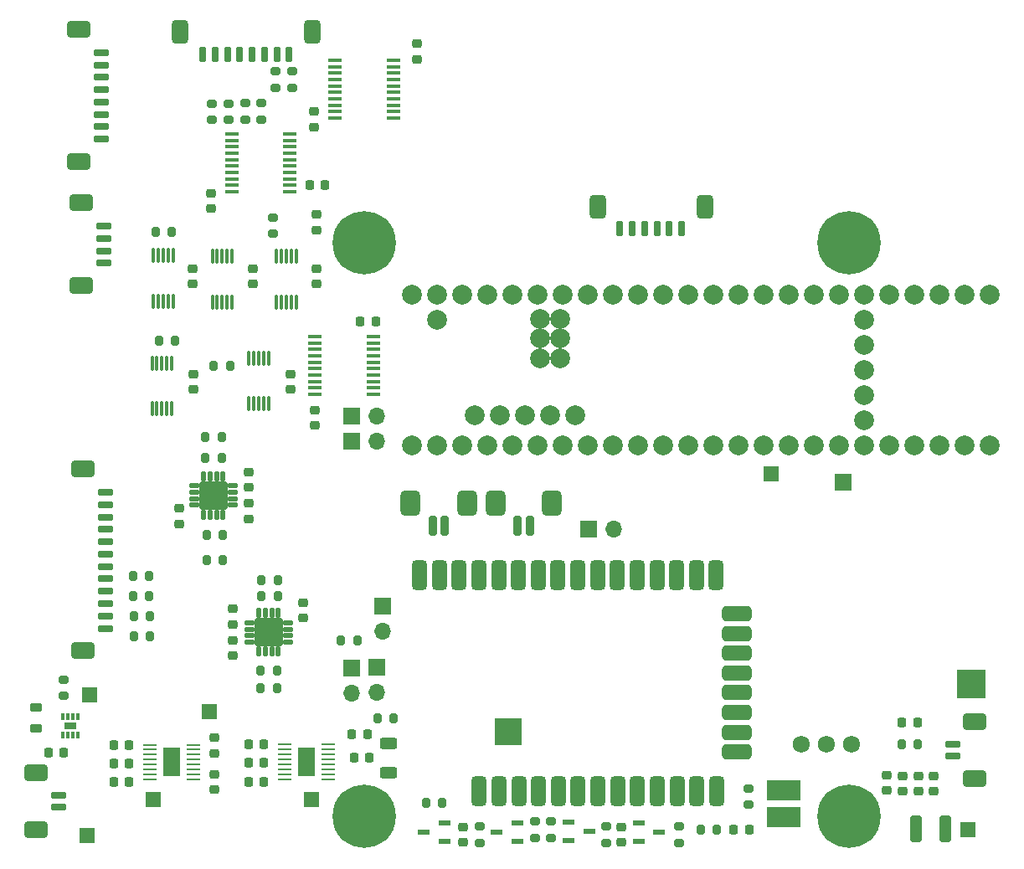
<source format=gbr>
%TF.GenerationSoftware,KiCad,Pcbnew,7.0.6*%
%TF.CreationDate,2024-05-03T22:58:32-04:00*%
%TF.ProjectId,mainbox_baclup,6d61696e-626f-4785-9f62-61636c75702e,rev?*%
%TF.SameCoordinates,Original*%
%TF.FileFunction,Soldermask,Top*%
%TF.FilePolarity,Negative*%
%FSLAX46Y46*%
G04 Gerber Fmt 4.6, Leading zero omitted, Abs format (unit mm)*
G04 Created by KiCad (PCBNEW 7.0.6) date 2024-05-03 22:58:32*
%MOMM*%
%LPD*%
G01*
G04 APERTURE LIST*
G04 Aperture macros list*
%AMRoundRect*
0 Rectangle with rounded corners*
0 $1 Rounding radius*
0 $2 $3 $4 $5 $6 $7 $8 $9 X,Y pos of 4 corners*
0 Add a 4 corners polygon primitive as box body*
4,1,4,$2,$3,$4,$5,$6,$7,$8,$9,$2,$3,0*
0 Add four circle primitives for the rounded corners*
1,1,$1+$1,$2,$3*
1,1,$1+$1,$4,$5*
1,1,$1+$1,$6,$7*
1,1,$1+$1,$8,$9*
0 Add four rect primitives between the rounded corners*
20,1,$1+$1,$2,$3,$4,$5,0*
20,1,$1+$1,$4,$5,$6,$7,0*
20,1,$1+$1,$6,$7,$8,$9,0*
20,1,$1+$1,$8,$9,$2,$3,0*%
G04 Aperture macros list end*
%ADD10RoundRect,0.425000X0.775000X-0.425000X0.775000X0.425000X-0.775000X0.425000X-0.775000X-0.425000X0*%
%ADD11RoundRect,0.150000X0.650000X-0.150000X0.650000X0.150000X-0.650000X0.150000X-0.650000X-0.150000X0*%
%ADD12RoundRect,0.200000X0.200000X0.275000X-0.200000X0.275000X-0.200000X-0.275000X0.200000X-0.275000X0*%
%ADD13RoundRect,0.200000X-0.275000X0.200000X-0.275000X-0.200000X0.275000X-0.200000X0.275000X0.200000X0*%
%ADD14C,2.004000*%
%ADD15RoundRect,0.200000X-0.200000X-0.275000X0.200000X-0.275000X0.200000X0.275000X-0.200000X0.275000X0*%
%ADD16R,1.250000X0.600000*%
%ADD17RoundRect,0.225000X-0.250000X0.225000X-0.250000X-0.225000X0.250000X-0.225000X0.250000X0.225000X0*%
%ADD18RoundRect,0.200000X0.275000X-0.200000X0.275000X0.200000X-0.275000X0.200000X-0.275000X-0.200000X0*%
%ADD19O,0.299999X1.549999*%
%ADD20R,1.500000X1.500000*%
%ADD21RoundRect,0.225000X0.250000X-0.225000X0.250000X0.225000X-0.250000X0.225000X-0.250000X-0.225000X0*%
%ADD22RoundRect,0.218750X-0.218750X-0.256250X0.218750X-0.256250X0.218750X0.256250X-0.218750X0.256250X0*%
%ADD23C,6.400000*%
%ADD24RoundRect,0.500000X-0.500000X-0.800000X0.500000X-0.800000X0.500000X0.800000X-0.500000X0.800000X0*%
%ADD25RoundRect,0.200000X-0.200000X-0.800000X0.200000X-0.800000X0.200000X0.800000X-0.200000X0.800000X0*%
%ADD26RoundRect,0.380000X0.380000X-1.120000X0.380000X1.120000X-0.380000X1.120000X-0.380000X-1.120000X0*%
%ADD27RoundRect,0.380000X1.120000X0.380000X-1.120000X0.380000X-1.120000X-0.380000X1.120000X-0.380000X0*%
%ADD28RoundRect,0.100000X1.295000X-1.295000X1.295000X1.295000X-1.295000X1.295000X-1.295000X-1.295000X0*%
%ADD29RoundRect,0.225000X0.225000X0.250000X-0.225000X0.250000X-0.225000X-0.250000X0.225000X-0.250000X0*%
%ADD30R,1.700000X1.700000*%
%ADD31O,1.700000X1.700000*%
%ADD32RoundRect,0.425000X-0.425000X-0.775000X0.425000X-0.775000X0.425000X0.775000X-0.425000X0.775000X0*%
%ADD33RoundRect,0.150000X-0.150000X-0.650000X0.150000X-0.650000X0.150000X0.650000X-0.150000X0.650000X0*%
%ADD34R,1.397000X0.279400*%
%ADD35R,1.651000X2.844800*%
%ADD36RoundRect,0.218750X0.218750X0.256250X-0.218750X0.256250X-0.218750X-0.256250X0.218750X-0.256250X0*%
%ADD37RoundRect,0.250000X-0.625000X0.312500X-0.625000X-0.312500X0.625000X-0.312500X0.625000X0.312500X0*%
%ADD38RoundRect,0.114800X-0.147200X0.407200X-0.147200X-0.407200X0.147200X-0.407200X0.147200X0.407200X0*%
%ADD39RoundRect,0.114800X-0.407200X-0.147200X0.407200X-0.147200X0.407200X0.147200X-0.407200X0.147200X0*%
%ADD40RoundRect,0.102000X-1.300000X1.300000X-1.300000X-1.300000X1.300000X-1.300000X1.300000X1.300000X0*%
%ADD41R,3.000000X3.000000*%
%ADD42R,1.475000X0.450000*%
%ADD43RoundRect,0.225000X-0.225000X-0.250000X0.225000X-0.250000X0.225000X0.250000X-0.225000X0.250000X0*%
%ADD44C,1.725000*%
%ADD45R,3.500000X2.000000*%
%ADD46R,0.300000X0.800000*%
%ADD47R,1.300000X0.700000*%
%ADD48RoundRect,0.250000X-0.325000X-1.100000X0.325000X-1.100000X0.325000X1.100000X-0.325000X1.100000X0*%
%ADD49RoundRect,0.114800X0.147200X-0.407200X0.147200X0.407200X-0.147200X0.407200X-0.147200X-0.407200X0*%
%ADD50RoundRect,0.114800X0.407200X0.147200X-0.407200X0.147200X-0.407200X-0.147200X0.407200X-0.147200X0*%
%ADD51RoundRect,0.102000X1.300000X-1.300000X1.300000X1.300000X-1.300000X1.300000X-1.300000X-1.300000X0*%
%ADD52RoundRect,0.218750X0.381250X-0.218750X0.381250X0.218750X-0.381250X0.218750X-0.381250X-0.218750X0*%
%ADD53RoundRect,0.425000X-0.775000X0.425000X-0.775000X-0.425000X0.775000X-0.425000X0.775000X0.425000X0*%
%ADD54RoundRect,0.150000X-0.650000X0.150000X-0.650000X-0.150000X0.650000X-0.150000X0.650000X0.150000X0*%
G04 APERTURE END LIST*
D10*
%TO.C,J7*%
X130907500Y-63478500D03*
X130907500Y-50128500D03*
D11*
X133157500Y-52478500D03*
X133157500Y-53728500D03*
X133157500Y-54978500D03*
X133157500Y-56228500D03*
X133157500Y-57478500D03*
X133157500Y-58728500D03*
X133157500Y-59978500D03*
X133157500Y-61228500D03*
%TD*%
D12*
%TO.C,R27*%
X151026000Y-107483000D03*
X149376000Y-107483000D03*
%TD*%
D13*
%TO.C,R18*%
X198628000Y-126898400D03*
X198628000Y-128548400D03*
%TD*%
D14*
%TO.C,U5*%
X167132000Y-92202000D03*
X169672000Y-92202000D03*
X172212000Y-92202000D03*
X174752000Y-92202000D03*
X200152000Y-92202000D03*
X169672000Y-76962000D03*
X210312000Y-87122000D03*
X177292000Y-92202000D03*
X179832000Y-92202000D03*
X170942000Y-89152000D03*
X182372000Y-92202000D03*
X184912000Y-92202000D03*
X187452000Y-92202000D03*
X189992000Y-92202000D03*
X192532000Y-92202000D03*
X195072000Y-92202000D03*
X197612000Y-92202000D03*
X197612000Y-76962000D03*
X195072000Y-76962000D03*
X192532000Y-76962000D03*
X189992000Y-76962000D03*
X187452000Y-76962000D03*
X184912000Y-76962000D03*
X182372000Y-76962000D03*
X179832000Y-76962000D03*
X177292000Y-76962000D03*
X174752000Y-76962000D03*
X172212000Y-76962000D03*
X202692000Y-92202000D03*
X205232000Y-92202000D03*
X207772000Y-92202000D03*
X210312000Y-92202000D03*
X212852000Y-92202000D03*
X215392000Y-92202000D03*
X217932000Y-92202000D03*
X220472000Y-92202000D03*
X223012000Y-92202000D03*
X223012000Y-76962000D03*
X220472000Y-76962000D03*
X217932000Y-76962000D03*
X215392000Y-76962000D03*
X212852000Y-76962000D03*
X210312000Y-76962000D03*
X207772000Y-76962000D03*
X205232000Y-76962000D03*
X202692000Y-76962000D03*
X176022000Y-89152000D03*
X173482000Y-89152000D03*
X164592000Y-92202000D03*
X200152000Y-76962000D03*
X167132000Y-76962000D03*
X210312000Y-84582000D03*
X179562000Y-81412000D03*
X177562000Y-81412000D03*
X210312000Y-79502000D03*
X210312000Y-82042000D03*
X177562000Y-79412000D03*
X179562000Y-79412000D03*
X179562000Y-83412000D03*
X177562000Y-83412000D03*
X178562000Y-89152000D03*
X181102000Y-89152000D03*
X210312000Y-89662000D03*
X164592000Y-76962000D03*
X167132000Y-79502000D03*
%TD*%
D15*
%TO.C,R26*%
X136399000Y-105417000D03*
X138049000Y-105417000D03*
%TD*%
D16*
%TO.C,IC4*%
X175294000Y-132273000D03*
X175294000Y-130363000D03*
X173194000Y-131318000D03*
%TD*%
D17*
%TO.C,C34*%
X146518000Y-111928000D03*
X146518000Y-113478000D03*
%TD*%
D15*
%TO.C,R5*%
X149290000Y-116754000D03*
X150940000Y-116754000D03*
%TD*%
D12*
%TO.C,R1*%
X145351000Y-93513000D03*
X143701000Y-93513000D03*
%TD*%
D18*
%TO.C,R30*%
X146050000Y-59295800D03*
X146050000Y-57645800D03*
%TD*%
D15*
%TO.C,R21*%
X143828000Y-101260000D03*
X145478000Y-101260000D03*
%TD*%
D17*
%TO.C,C8*%
X169799000Y-130797000D03*
X169799000Y-132347000D03*
%TD*%
D19*
%TO.C,U2*%
X138318999Y-88519000D03*
X138818998Y-88519000D03*
X139319000Y-88519000D03*
X139818999Y-88519000D03*
X140319001Y-88519000D03*
X140319001Y-83868999D03*
X139818999Y-83868999D03*
X139319000Y-83868999D03*
X138818998Y-83868999D03*
X138318999Y-83868999D03*
%TD*%
D12*
%TO.C,R34*%
X146226800Y-84124800D03*
X144576800Y-84124800D03*
%TD*%
D10*
%TO.C,J20*%
X131354000Y-112961000D03*
X131354000Y-94611000D03*
D11*
X133604000Y-96961000D03*
X133604000Y-98211000D03*
X133604000Y-99461000D03*
X133604000Y-100711000D03*
X133604000Y-101961000D03*
X133604000Y-103211000D03*
X133604000Y-104461000D03*
X133604000Y-105711000D03*
X133604000Y-106961000D03*
X133604000Y-108211000D03*
X133604000Y-109461000D03*
X133604000Y-110711000D03*
%TD*%
D15*
%TO.C,R10*%
X166024000Y-128397000D03*
X167674000Y-128397000D03*
%TD*%
D20*
%TO.C,TP10*%
X220827600Y-131064000D03*
%TD*%
D21*
%TO.C,C35*%
X153630000Y-109655000D03*
X153630000Y-108105000D03*
%TD*%
%TO.C,C36*%
X146518000Y-110290000D03*
X146518000Y-108740000D03*
%TD*%
D15*
%TO.C,R17*%
X161125400Y-119786400D03*
X162775400Y-119786400D03*
%TD*%
%TO.C,R23*%
X136399000Y-107449000D03*
X138049000Y-107449000D03*
%TD*%
D22*
%TO.C,D2*%
X214147300Y-120243600D03*
X215722300Y-120243600D03*
%TD*%
D19*
%TO.C,U7*%
X148113998Y-88011000D03*
X148613997Y-88011000D03*
X149113999Y-88011000D03*
X149613998Y-88011000D03*
X150114000Y-88011000D03*
X150114000Y-83360999D03*
X149613998Y-83360999D03*
X149113999Y-83360999D03*
X148613997Y-83360999D03*
X148113998Y-83360999D03*
%TD*%
D13*
%TO.C,R8*%
X171450000Y-130747000D03*
X171450000Y-132397000D03*
%TD*%
%TO.C,R3*%
X150520400Y-69165200D03*
X150520400Y-70815200D03*
%TD*%
D23*
%TO.C,H1*%
X208788000Y-71755000D03*
%TD*%
D21*
%TO.C,C40*%
X165150800Y-53149800D03*
X165150800Y-51599800D03*
%TD*%
D23*
%TO.C,H3*%
X159788000Y-129755000D03*
%TD*%
D24*
%TO.C,J12*%
X173030000Y-98080000D03*
X178780000Y-98080000D03*
D25*
X176530000Y-100330000D03*
X175280000Y-100330000D03*
%TD*%
D26*
%TO.C,IC8*%
X171404000Y-127184000D03*
X173404000Y-127184000D03*
X175404000Y-127184000D03*
X177404000Y-127184000D03*
X179404000Y-127184000D03*
X181404000Y-127184000D03*
X183404000Y-127184000D03*
X185404000Y-127184000D03*
X187404000Y-127184000D03*
X189404000Y-127184000D03*
X191404000Y-127184000D03*
X193404000Y-127184000D03*
X195404000Y-127184000D03*
D27*
X197484000Y-123224000D03*
X197484000Y-121224000D03*
X197484000Y-119224000D03*
X197484000Y-117224000D03*
X197484000Y-115224000D03*
X197484000Y-113224000D03*
X197484000Y-111224000D03*
X197484000Y-109224000D03*
D26*
X195374000Y-105324000D03*
X193374000Y-105324000D03*
X191374000Y-105324000D03*
X189374000Y-105324000D03*
X187374000Y-105324000D03*
X185374000Y-105324000D03*
X183374000Y-105324000D03*
X181374000Y-105324000D03*
X179374000Y-105324000D03*
X177374000Y-105324000D03*
X175374000Y-105324000D03*
X173374000Y-105324000D03*
X171374000Y-105324000D03*
X169374000Y-105324000D03*
X167374000Y-105324000D03*
X165374000Y-105324000D03*
D28*
X174369000Y-121129000D03*
%TD*%
D18*
%TO.C,R31*%
X147726400Y-59257200D03*
X147726400Y-57607200D03*
%TD*%
D29*
%TO.C,C43*%
X136030000Y-122555000D03*
X134480000Y-122555000D03*
%TD*%
%TO.C,C39*%
X149619000Y-124314000D03*
X148069000Y-124314000D03*
%TD*%
D21*
%TO.C,C25*%
X214223600Y-127178400D03*
X214223600Y-125628400D03*
%TD*%
D29*
%TO.C,C9*%
X160947400Y-79705200D03*
X159397400Y-79705200D03*
%TD*%
D12*
%TO.C,R12*%
X215773000Y-122428000D03*
X214123000Y-122428000D03*
%TD*%
%TO.C,R20*%
X145351000Y-91379400D03*
X143701000Y-91379400D03*
%TD*%
D30*
%TO.C,J9*%
X182499000Y-100711000D03*
D31*
X185039000Y-100711000D03*
%TD*%
D16*
%TO.C,IC5*%
X167894000Y-132273000D03*
X167894000Y-130363000D03*
X165794000Y-131318000D03*
%TD*%
D21*
%TO.C,C28*%
X148082000Y-96460000D03*
X148082000Y-94910000D03*
%TD*%
D17*
%TO.C,C46*%
X144653000Y-125463000D03*
X144653000Y-127013000D03*
%TD*%
D32*
%TO.C,J15*%
X183384500Y-68042500D03*
X194234500Y-68042500D03*
D33*
X191884500Y-70292500D03*
X190634500Y-70292500D03*
X189384500Y-70292500D03*
X188134500Y-70292500D03*
X186884500Y-70292500D03*
X185634500Y-70292500D03*
%TD*%
D13*
%TO.C,R14*%
X178689000Y-130239000D03*
X178689000Y-131889000D03*
%TD*%
D19*
%TO.C,U4*%
X138461998Y-77675001D03*
X138961997Y-77675001D03*
X139461999Y-77675001D03*
X139961998Y-77675001D03*
X140462000Y-77675001D03*
X140462000Y-73025000D03*
X139961998Y-73025000D03*
X139461999Y-73025000D03*
X138961997Y-73025000D03*
X138461998Y-73025000D03*
%TD*%
D20*
%TO.C,TP6*%
X131775200Y-131699000D03*
%TD*%
D30*
%TO.C,J8*%
X161671000Y-108458000D03*
D31*
X161671000Y-110998000D03*
%TD*%
D15*
%TO.C,R2*%
X143828000Y-103800000D03*
X145478000Y-103800000D03*
%TD*%
D32*
%TO.C,J10*%
X141194700Y-50414900D03*
X154544700Y-50414900D03*
D33*
X152194700Y-52664900D03*
X150944700Y-52664900D03*
X149694700Y-52664900D03*
X148444700Y-52664900D03*
X147194700Y-52664900D03*
X145944700Y-52664900D03*
X144694700Y-52664900D03*
X143444700Y-52664900D03*
%TD*%
D34*
%TO.C,U3*%
X151739600Y-122455998D03*
X151739600Y-122956000D03*
X151739600Y-123455999D03*
X151739600Y-123956000D03*
X151739600Y-124456000D03*
X151739600Y-124955998D03*
X151739600Y-125456000D03*
X151739600Y-125955999D03*
X156108400Y-125956002D03*
X156108400Y-125456000D03*
X156108400Y-124956001D03*
X156108400Y-124456000D03*
X156108400Y-123956000D03*
X156108400Y-123456002D03*
X156108400Y-122956000D03*
X156108400Y-122456001D03*
D35*
X153924000Y-124206000D03*
%TD*%
D36*
%TO.C,D4*%
X198704300Y-131064000D03*
X197129300Y-131064000D03*
%TD*%
D37*
%TO.C,R11*%
X162255200Y-122387900D03*
X162255200Y-125312900D03*
%TD*%
D13*
%TO.C,R9*%
X177038000Y-130239000D03*
X177038000Y-131889000D03*
%TD*%
D15*
%TO.C,R22*%
X149313000Y-114976000D03*
X150963000Y-114976000D03*
%TD*%
D18*
%TO.C,R32*%
X149402800Y-59245000D03*
X149402800Y-57595000D03*
%TD*%
D20*
%TO.C,TP2*%
X131978400Y-117398800D03*
%TD*%
%TO.C,TP8*%
X200914000Y-95097600D03*
%TD*%
D21*
%TO.C,C47*%
X144653000Y-123330000D03*
X144653000Y-121780000D03*
%TD*%
D16*
%TO.C,IC6*%
X180467000Y-130297000D03*
X180467000Y-132207000D03*
X182567000Y-131252000D03*
%TD*%
D29*
%TO.C,C44*%
X136030000Y-124388996D03*
X134480000Y-124388996D03*
%TD*%
D38*
%TO.C,U6*%
X151089000Y-109180000D03*
X150439000Y-109180000D03*
X149789000Y-109180000D03*
X149139000Y-109180000D03*
D39*
X148169000Y-110150000D03*
X148169000Y-110800000D03*
X148169000Y-111450000D03*
X148169000Y-112100000D03*
D38*
X149139000Y-113070000D03*
X149789000Y-113070000D03*
X150439000Y-113070000D03*
X151089000Y-113070000D03*
D39*
X152059000Y-112100000D03*
X152059000Y-111450000D03*
X152059000Y-110800000D03*
X152059000Y-110150000D03*
D40*
X150114000Y-111125000D03*
%TD*%
D17*
%TO.C,C51*%
X154736800Y-58457800D03*
X154736800Y-60007800D03*
%TD*%
D21*
%TO.C,C6*%
X154940000Y-75908200D03*
X154940000Y-74358200D03*
%TD*%
%TO.C,C29*%
X217389400Y-127178400D03*
X217389400Y-125628400D03*
%TD*%
D17*
%TO.C,C32*%
X148082000Y-98072000D03*
X148082000Y-99622000D03*
%TD*%
D30*
%TO.C,J11*%
X158491000Y-91821000D03*
D31*
X161031000Y-91821000D03*
%TD*%
D41*
%TO.C,TP9*%
X221132400Y-116332000D03*
%TD*%
D42*
%TO.C,IC9*%
X160672000Y-87049800D03*
X160672000Y-86399800D03*
X160672000Y-85749800D03*
X160672000Y-85099800D03*
X160672000Y-84449800D03*
X160672000Y-83799800D03*
X160672000Y-83149800D03*
X160672000Y-82499800D03*
X160672000Y-81849800D03*
X160672000Y-81199800D03*
X154796000Y-81199800D03*
X154796000Y-81849800D03*
X154796000Y-82499800D03*
X154796000Y-83149800D03*
X154796000Y-83799800D03*
X154796000Y-84449800D03*
X154796000Y-85099800D03*
X154796000Y-85749800D03*
X154796000Y-86399800D03*
X154796000Y-87049800D03*
%TD*%
D21*
%TO.C,C27*%
X215849200Y-127178400D03*
X215849200Y-125628400D03*
%TD*%
D10*
%TO.C,J21*%
X126614900Y-131056700D03*
X126614900Y-125306700D03*
D11*
X128864900Y-127556700D03*
X128864900Y-128806700D03*
%TD*%
D43*
%TO.C,C63*%
X127876000Y-123317000D03*
X129426000Y-123317000D03*
%TD*%
D44*
%TO.C,PS1*%
X203962000Y-122465000D03*
X206502000Y-122465000D03*
X209042000Y-122465000D03*
%TD*%
D29*
%TO.C,C42*%
X149619000Y-126238000D03*
X148069000Y-126238000D03*
%TD*%
D19*
%TO.C,U10*%
X150891999Y-77762999D03*
X151391998Y-77762999D03*
X151892000Y-77762999D03*
X152391999Y-77762999D03*
X152892001Y-77762999D03*
X152892001Y-73112998D03*
X152391999Y-73112998D03*
X151892000Y-73112998D03*
X151391998Y-73112998D03*
X150891999Y-73112998D03*
%TD*%
D13*
%TO.C,R37*%
X152501600Y-54394600D03*
X152501600Y-56044600D03*
%TD*%
D17*
%TO.C,C30*%
X141097000Y-98580000D03*
X141097000Y-100130000D03*
%TD*%
D43*
%TO.C,C41*%
X158737000Y-123825000D03*
X160287000Y-123825000D03*
%TD*%
D45*
%TO.C,L2*%
X202234800Y-129823200D03*
X202234800Y-127123200D03*
%TD*%
D17*
%TO.C,C37*%
X144272000Y-66700400D03*
X144272000Y-68250400D03*
%TD*%
D12*
%TO.C,R28*%
X151027000Y-105832000D03*
X149377000Y-105832000D03*
%TD*%
D30*
%TO.C,J6*%
X208229200Y-95961200D03*
%TD*%
D22*
%TO.C,D3*%
X158521300Y-121412000D03*
X160096300Y-121412000D03*
%TD*%
D12*
%TO.C,R25*%
X138112000Y-109481000D03*
X136462000Y-109481000D03*
%TD*%
D30*
%TO.C,J2*%
X158491000Y-89281000D03*
D31*
X161031000Y-89281000D03*
%TD*%
D20*
%TO.C,TP4*%
X144145000Y-119126000D03*
%TD*%
D12*
%TO.C,R19*%
X195439800Y-131064000D03*
X193789800Y-131064000D03*
%TD*%
D46*
%TO.C,IC3*%
X129310000Y-121534000D03*
X129810000Y-121534000D03*
X130310000Y-121534000D03*
X130810000Y-121534000D03*
X130810000Y-119634000D03*
X130310000Y-119634000D03*
X129810000Y-119634000D03*
X129310000Y-119634000D03*
D47*
X130060000Y-120584000D03*
%TD*%
D30*
%TO.C,J4*%
X161036000Y-114676000D03*
D31*
X161036000Y-117216000D03*
%TD*%
D18*
%TO.C,R7*%
X129413000Y-117538000D03*
X129413000Y-115888000D03*
%TD*%
D23*
%TO.C,H2*%
X159788000Y-71755000D03*
%TD*%
D48*
%TO.C,C3*%
X215593400Y-130962400D03*
X218543400Y-130962400D03*
%TD*%
D16*
%TO.C,IC7*%
X187511000Y-130363000D03*
X187511000Y-132273000D03*
X189611000Y-131318000D03*
%TD*%
D18*
%TO.C,R29*%
X144373600Y-59295800D03*
X144373600Y-57645800D03*
%TD*%
%TO.C,R15*%
X191643000Y-132397000D03*
X191643000Y-130747000D03*
%TD*%
D15*
%TO.C,R33*%
X139015200Y-81584800D03*
X140665200Y-81584800D03*
%TD*%
D10*
%TO.C,J1*%
X131191000Y-76041000D03*
X131191000Y-67691000D03*
D11*
X133441000Y-70041000D03*
X133441000Y-71291000D03*
X133441000Y-72541000D03*
X133441000Y-73791000D03*
%TD*%
D21*
%TO.C,C1*%
X142494000Y-86525400D03*
X142494000Y-84975400D03*
%TD*%
D29*
%TO.C,C38*%
X149619000Y-122428000D03*
X148069000Y-122428000D03*
%TD*%
D21*
%TO.C,C2*%
X152298400Y-86525400D03*
X152298400Y-84975400D03*
%TD*%
D17*
%TO.C,C7*%
X154787600Y-88620000D03*
X154787600Y-90170000D03*
%TD*%
D49*
%TO.C,U1*%
X143551000Y-99227000D03*
X144201000Y-99227000D03*
X144851000Y-99227000D03*
X145501000Y-99227000D03*
D50*
X146471000Y-98257000D03*
X146471000Y-97607000D03*
X146471000Y-96957000D03*
X146471000Y-96307000D03*
D49*
X145501000Y-95337000D03*
X144851000Y-95337000D03*
X144201000Y-95337000D03*
X143551000Y-95337000D03*
D50*
X142581000Y-96307000D03*
X142581000Y-96957000D03*
X142581000Y-97607000D03*
X142581000Y-98257000D03*
D51*
X144526000Y-97282000D03*
%TD*%
D21*
%TO.C,C4*%
X142392400Y-75908200D03*
X142392400Y-74358200D03*
%TD*%
D42*
%TO.C,IC1*%
X162704000Y-59109800D03*
X162704000Y-58459800D03*
X162704000Y-57809800D03*
X162704000Y-57159800D03*
X162704000Y-56509800D03*
X162704000Y-55859800D03*
X162704000Y-55209800D03*
X162704000Y-54559800D03*
X162704000Y-53909800D03*
X162704000Y-53259800D03*
X156828000Y-53259800D03*
X156828000Y-53909800D03*
X156828000Y-54559800D03*
X156828000Y-55209800D03*
X156828000Y-55859800D03*
X156828000Y-56509800D03*
X156828000Y-57159800D03*
X156828000Y-57809800D03*
X156828000Y-58459800D03*
X156828000Y-59109800D03*
%TD*%
D29*
%TO.C,C45*%
X136030000Y-126238000D03*
X134480000Y-126238000D03*
%TD*%
D21*
%TO.C,C10*%
X185801000Y-132347000D03*
X185801000Y-130797000D03*
%TD*%
D13*
%TO.C,R38*%
X150774400Y-54394600D03*
X150774400Y-56044600D03*
%TD*%
D21*
%TO.C,C5*%
X148488400Y-75908200D03*
X148488400Y-74358200D03*
%TD*%
D43*
%TO.C,C15*%
X154292000Y-65913000D03*
X155842000Y-65913000D03*
%TD*%
D42*
%TO.C,IC2*%
X152273000Y-66548000D03*
X152273000Y-65898000D03*
X152273000Y-65248000D03*
X152273000Y-64598000D03*
X152273000Y-63948000D03*
X152273000Y-63298000D03*
X152273000Y-62648000D03*
X152273000Y-61998000D03*
X152273000Y-61348000D03*
X152273000Y-60698000D03*
X146397000Y-60698000D03*
X146397000Y-61348000D03*
X146397000Y-61998000D03*
X146397000Y-62648000D03*
X146397000Y-63298000D03*
X146397000Y-63948000D03*
X146397000Y-64598000D03*
X146397000Y-65248000D03*
X146397000Y-65898000D03*
X146397000Y-66548000D03*
%TD*%
D52*
%TO.C,L1*%
X126619000Y-120823500D03*
X126619000Y-118698500D03*
%TD*%
D18*
%TO.C,R13*%
X184277000Y-132397000D03*
X184277000Y-130747000D03*
%TD*%
D15*
%TO.C,R16*%
X157417000Y-111963200D03*
X159067000Y-111963200D03*
%TD*%
D30*
%TO.C,J5*%
X158498000Y-114709000D03*
D31*
X158498000Y-117249000D03*
%TD*%
D53*
%TO.C,J3*%
X221517500Y-120149300D03*
X221517500Y-125899300D03*
D54*
X219267500Y-123649300D03*
X219267500Y-122399300D03*
%TD*%
D20*
%TO.C,TP5*%
X138430000Y-128016000D03*
%TD*%
D24*
%TO.C,J13*%
X164430000Y-98044000D03*
X170180000Y-98044000D03*
D25*
X167930000Y-100294000D03*
X166680000Y-100294000D03*
%TD*%
D21*
%TO.C,C17*%
X212648800Y-127127600D03*
X212648800Y-125577600D03*
%TD*%
D12*
%TO.C,R36*%
X140334000Y-70612000D03*
X138684000Y-70612000D03*
%TD*%
D34*
%TO.C,U8*%
X138125200Y-122483996D03*
X138125200Y-122983998D03*
X138125200Y-123483997D03*
X138125200Y-123983998D03*
X138125200Y-124483998D03*
X138125200Y-124983996D03*
X138125200Y-125483998D03*
X138125200Y-125983997D03*
X142494000Y-125984000D03*
X142494000Y-125483998D03*
X142494000Y-124983999D03*
X142494000Y-124483998D03*
X142494000Y-123983998D03*
X142494000Y-123484000D03*
X142494000Y-122983998D03*
X142494000Y-122483999D03*
D35*
X140309600Y-124233998D03*
%TD*%
D17*
%TO.C,C26*%
X154990800Y-68871800D03*
X154990800Y-70421800D03*
%TD*%
D15*
%TO.C,R24*%
X136462000Y-111513000D03*
X138112000Y-111513000D03*
%TD*%
D19*
%TO.C,U9*%
X144414999Y-77724000D03*
X144914998Y-77724000D03*
X145415000Y-77724000D03*
X145914999Y-77724000D03*
X146415001Y-77724000D03*
X146415001Y-73073999D03*
X145914999Y-73073999D03*
X145415000Y-73073999D03*
X144914998Y-73073999D03*
X144414999Y-73073999D03*
%TD*%
D20*
%TO.C,TP7*%
X154432000Y-128016000D03*
%TD*%
D23*
%TO.C,H4*%
X208788000Y-129755000D03*
%TD*%
M02*

</source>
